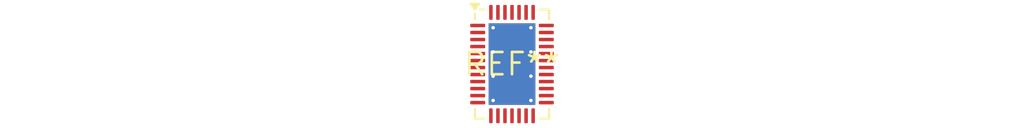
<source format=kicad_pcb>
(kicad_pcb (version 20240108) (generator pcbnew)
  (layers (0 "F.Cu" signal) (31 "B.Cu" signal) (34 "B.Paste" user) (35 "F.Paste" user) (36 "B.SilkS" user "B.Silkscreen") (37 "F.SilkS" user "F.Silkscreen") (38 "B.Mask" user) (39 "F.Mask" user) (44 "Edge.Cuts" user))
  (net 0 "")
  (footprint "QFN-38-1EP_4x6mm_P0.4mm_EP2.65x4.65mm_ThermalVias" (layer "F.Cu") (at 0 0)
    (property "Reference" "REF**")
    (property "Value" "QFN-38-1EP_4x6mm_P0.4mm_EP2.65x4.65mm_ThermalVias")
    (fp_line (start -2.11 -2.56) (end -2.11 -2.87) (layer "F.SilkS") (stroke (width 0.12)))
    (fp_line (start -2.11 3.11) (end -2.11 2.56) (layer "F.SilkS") (stroke (width 0.12)))
    (fp_line (start -1.56 -3.11) (end -1.81 -3.11) (layer "F.SilkS") (stroke (width 0.12)))
    (fp_line (start -1.56 3.11) (end -2.11 3.11) (layer "F.SilkS") (stroke (width 0.12)))
    (fp_line (start 1.56 -3.11) (end 2.11 -3.11) (layer "F.SilkS") (stroke (width 0.12)))
    (fp_line (start 1.56 3.11) (end 2.11 3.11) (layer "F.SilkS") (stroke (width 0.12)))
    (fp_line (start 2.11 -3.11) (end 2.11 -2.56) (layer "F.SilkS") (stroke (width 0.12)))
    (fp_line (start 2.11 3.11) (end 2.11 2.56) (layer "F.SilkS") (stroke (width 0.12)))
    (fp_poly (pts (xy -2.11 -3.11) (xy -2.35 -3.44) (xy -1.87 -3.44) (xy -2.11 -3.11)) (layer "F.SilkS") (stroke (width 0.12)) (fill solid))
    (pad "1" smd roundrect (at -1.95 -2.2) (size 0.85 0.2) (layers "F.Cu" "F.Paste" "F.Mask"))
    (pad "2" smd roundrect (at -1.95 -1.8) (size 0.85 0.2) (layers "F.Cu" "F.Paste" "F.Mask"))
    (pad "3" smd roundrect (at -1.95 -1.4) (size 0.85 0.2) (layers "F.Cu" "F.Paste" "F.Mask"))
    (pad "4" smd roundrect (at -1.95 -1) (size 0.85 0.2) (layers "F.Cu" "F.Paste" "F.Mask"))
    (pad "5" smd roundrect (at -1.95 -0.6) (size 0.85 0.2) (layers "F.Cu" "F.Paste" "F.Mask"))
    (pad "6" smd roundrect (at -1.95 -0.2) (size 0.85 0.2) (layers "F.Cu" "F.Paste" "F.Mask"))
    (pad "7" smd roundrect (at -1.95 0.2) (size 0.85 0.2) (layers "F.Cu" "F.Paste" "F.Mask"))
    (pad "8" smd roundrect (at -1.95 0.6) (size 0.85 0.2) (layers "F.Cu" "F.Paste" "F.Mask"))
    (pad "9" smd roundrect (at -1.95 1) (size 0.85 0.2) (layers "F.Cu" "F.Paste" "F.Mask"))
    (pad "10" smd roundrect (at -1.95 1.4) (size 0.85 0.2) (layers "F.Cu" "F.Paste" "F.Mask"))
    (pad "11" smd roundrect (at -1.95 1.8) (size 0.85 0.2) (layers "F.Cu" "F.Paste" "F.Mask"))
    (pad "12" smd roundrect (at -1.95 2.2) (size 0.85 0.2) (layers "F.Cu" "F.Paste" "F.Mask"))
    (pad "13" smd roundrect (at -1.2 2.95) (size 0.2 0.85) (layers "F.Cu" "F.Paste" "F.Mask"))
    (pad "14" smd roundrect (at -0.8 2.95) (size 0.2 0.85) (layers "F.Cu" "F.Paste" "F.Mask"))
    (pad "15" smd roundrect (at -0.4 2.95) (size 0.2 0.85) (layers "F.Cu" "F.Paste" "F.Mask"))
    (pad "16" smd roundrect (at 0 2.95) (size 0.2 0.85) (layers "F.Cu" "F.Paste" "F.Mask"))
    (pad "17" smd roundrect (at 0.4 2.95) (size 0.2 0.85) (layers "F.Cu" "F.Paste" "F.Mask"))
    (pad "18" smd roundrect (at 0.8 2.95) (size 0.2 0.85) (layers "F.Cu" "F.Paste" "F.Mask"))
    (pad "19" smd roundrect (at 1.2 2.95) (size 0.2 0.85) (layers "F.Cu" "F.Paste" "F.Mask"))
    (pad "20" smd roundrect (at 1.95 2.2) (size 0.85 0.2) (layers "F.Cu" "F.Paste" "F.Mask"))
    (pad "21" smd roundrect (at 1.95 1.8) (size 0.85 0.2) (layers "F.Cu" "F.Paste" "F.Mask"))
    (pad "22" smd roundrect (at 1.95 1.4) (size 0.85 0.2) (layers "F.Cu" "F.Paste" "F.Mask"))
    (pad "23" smd roundrect (at 1.95 1) (size 0.85 0.2) (layers "F.Cu" "F.Paste" "F.Mask"))
    (pad "24" smd roundrect (at 1.95 0.6) (size 0.85 0.2) (layers "F.Cu" "F.Paste" "F.Mask"))
    (pad "25" smd roundrect (at 1.95 0.2) (size 0.85 0.2) (layers "F.Cu" "F.Paste" "F.Mask"))
    (pad "26" smd roundrect (at 1.95 -0.2) (size 0.85 0.2) (layers "F.Cu" "F.Paste" "F.Mask"))
    (pad "27" smd roundrect (at 1.95 -0.6) (size 0.85 0.2) (layers "F.Cu" "F.Paste" "F.Mask"))
    (pad "28" smd roundrect (at 1.95 -1) (size 0.85 0.2) (layers "F.Cu" "F.Paste" "F.Mask"))
    (pad "29" smd roundrect (at 1.95 -1.4) (size 0.85 0.2) (layers "F.Cu" "F.Paste" "F.Mask"))
    (pad "30" smd roundrect (at 1.95 -1.8) (size 0.85 0.2) (layers "F.Cu" "F.Paste" "F.Mask"))
    (pad "31" smd roundrect (at 1.95 -2.2) (size 0.85 0.2) (layers "F.Cu" "F.Paste" "F.Mask"))
    (pad "32" smd roundrect (at 1.2 -2.95) (size 0.2 0.85) (layers "F.Cu" "F.Paste" "F.Mask"))
    (pad "33" smd roundrect (at 0.8 -2.95) (size 0.2 0.85) (layers "F.Cu" "F.Paste" "F.Mask"))
    (pad "34" smd roundrect (at 0.4 -2.95) (size 0.2 0.85) (layers "F.Cu" "F.Paste" "F.Mask"))
    (pad "35" smd roundrect (at 0 -2.95) (size 0.2 0.85) (layers "F.Cu" "F.Paste" "F.Mask"))
    (pad "36" smd roundrect (at -0.4 -2.95) (size 0.2 0.85) (layers "F.Cu" "F.Paste" "F.Mask"))
    (pad "37" smd roundrect (at -0.8 -2.95) (size 0.2 0.85) (layers "F.Cu" "F.Paste" "F.Mask"))
    (pad "38" smd roundrect (at -1.2 -2.95) (size 0.2 0.85) (layers "F.Cu" "F.Paste" "F.Mask"))
    (pad "39" thru_hole circle (at -1.075 -2.075) (size 0.5 0.5) (drill 0.2) (property pad_prop_heatsink) (layers *.Cu) (remove_unused_layers))
    (pad "39" thru_hole circle (at -1.075 -0.691667) (size 0.5 0.5) (drill 0.2) (property pad_prop_heatsink) (layers *.Cu) (remove_unused_layers))
    (pad "39" thru_hole circle (at -1.075 0.691667) (size 0.5 0.5) (drill 0.2) (property pad_prop_heatsink) (layers *.Cu) (remove_unused_layers))
    (pad "39" thru_hole circle (at -1.075 2.075) (size 0.5 0.5) (drill 0.2) (property pad_prop_heatsink) (layers *.Cu) (remove_unused_layers))
    (pad "39" smd rect (at 0 0) (size 2.65 4.65) (property pad_prop_heatsink) (layers "F.Cu" "F.Mask"))
    (pad "39" smd rect (at 0 0) (size 2.65 4.65) (property pad_prop_heatsink) (layers "B.Cu"))
    (pad "39" thru_hole circle (at 1.075 -2.075) (size 0.5 0.5) (drill 0.2) (property pad_prop_heatsink) (layers *.Cu) (remove_unused_layers))
    (pad "39" thru_hole circle (at 1.075 -0.691667) (size 0.5 0.5) (drill 0.2) (property pad_prop_heatsink) (layers *.Cu) (remove_unused_layers))
    (pad "39" thru_hole circle (at 1.075 0.691667) (size 0.5 0.5) (drill 0.2) (property pad_prop_heatsink) (layers *.Cu) (remove_unused_layers))
    (pad "39" thru_hole circle (at 1.075 2.075) (size 0.5 0.5) (drill 0.2) (property pad_prop_heatsink) (layers *.Cu) (remove_unused_layers))
  )
)
</source>
